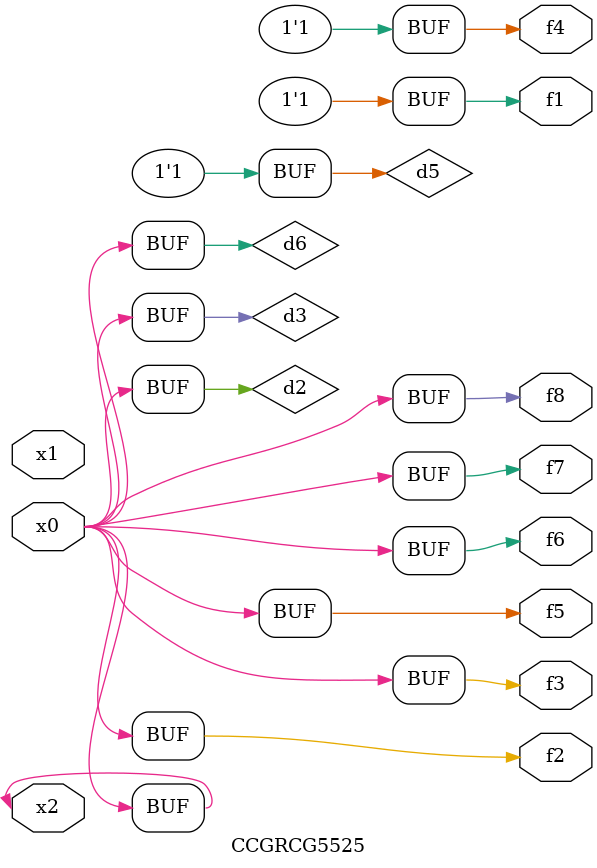
<source format=v>
module CCGRCG5525(
	input x0, x1, x2,
	output f1, f2, f3, f4, f5, f6, f7, f8
);

	wire d1, d2, d3, d4, d5, d6;

	xnor (d1, x2);
	buf (d2, x0, x2);
	and (d3, x0);
	xnor (d4, x1, x2);
	nand (d5, d1, d3);
	buf (d6, d2, d3);
	assign f1 = d5;
	assign f2 = d6;
	assign f3 = d6;
	assign f4 = d5;
	assign f5 = d6;
	assign f6 = d6;
	assign f7 = d6;
	assign f8 = d6;
endmodule

</source>
